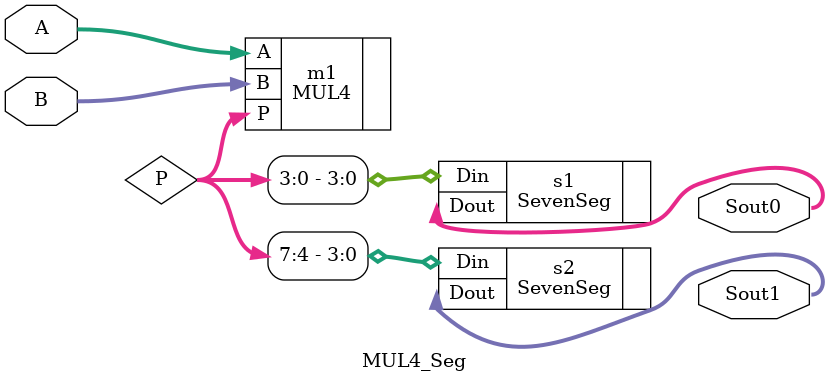
<source format=v>
module MUL4_Seg(Sout1, Sout0, A,B);//2 seg
output [6:0] Sout1, Sout0;
input [3:0] A,B;

wire [7:0] P;

MUL4 m1 (.P(P), .A(A), .B(B));

SevenSeg s1 (.Din(P[3:0]), .Dout(Sout0));
SevenSeg s2 (.Din(P[7:4]), .Dout(Sout1));

endmodule
</source>
